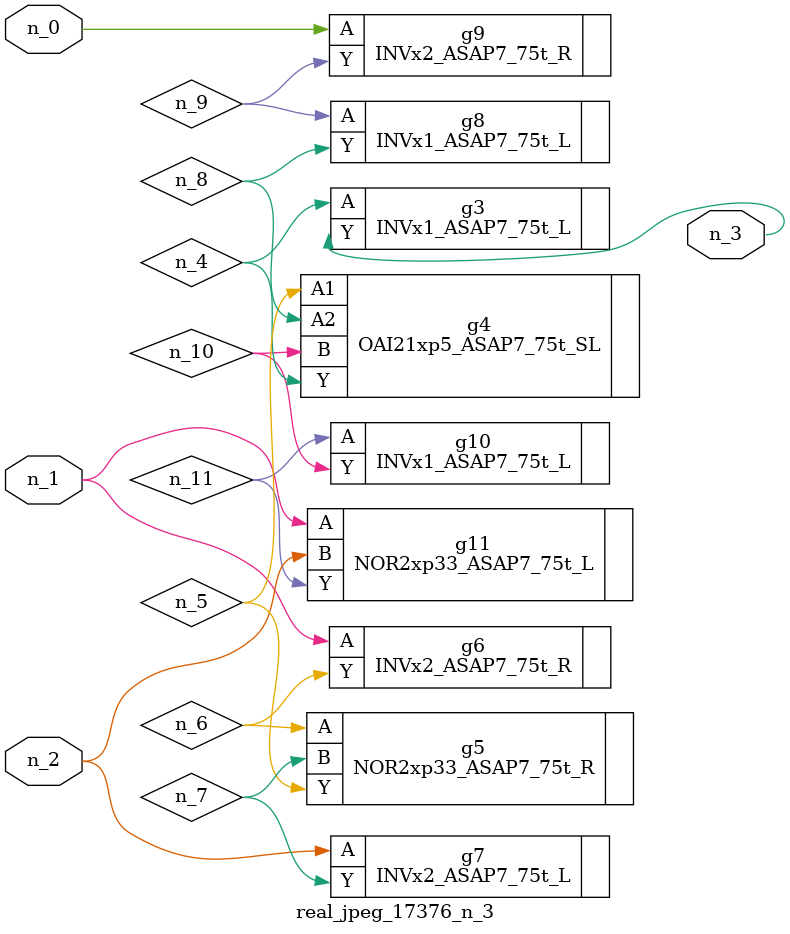
<source format=v>
module real_jpeg_17376_n_3 (n_1, n_0, n_2, n_3);

input n_1;
input n_0;
input n_2;

output n_3;

wire n_5;
wire n_4;
wire n_8;
wire n_11;
wire n_6;
wire n_7;
wire n_10;
wire n_9;

INVx2_ASAP7_75t_R g9 ( 
.A(n_0),
.Y(n_9)
);

INVx2_ASAP7_75t_R g6 ( 
.A(n_1),
.Y(n_6)
);

NOR2xp33_ASAP7_75t_L g11 ( 
.A(n_1),
.B(n_2),
.Y(n_11)
);

INVx2_ASAP7_75t_L g7 ( 
.A(n_2),
.Y(n_7)
);

INVx1_ASAP7_75t_L g3 ( 
.A(n_4),
.Y(n_3)
);

OAI21xp5_ASAP7_75t_SL g4 ( 
.A1(n_5),
.A2(n_8),
.B(n_10),
.Y(n_4)
);

NOR2xp33_ASAP7_75t_R g5 ( 
.A(n_6),
.B(n_7),
.Y(n_5)
);

INVx1_ASAP7_75t_L g8 ( 
.A(n_9),
.Y(n_8)
);

INVx1_ASAP7_75t_L g10 ( 
.A(n_11),
.Y(n_10)
);


endmodule
</source>
